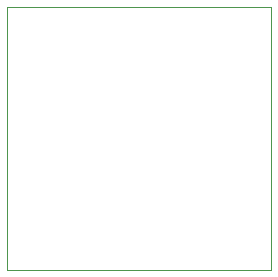
<source format=gbr>
%TF.GenerationSoftware,KiCad,Pcbnew,7.0.0*%
%TF.CreationDate,2023-08-23T15:41:44+08:00*%
%TF.ProjectId,IN-12,494e2d31-322e-46b6-9963-61645f706362,rev?*%
%TF.SameCoordinates,Original*%
%TF.FileFunction,Profile,NP*%
%FSLAX46Y46*%
G04 Gerber Fmt 4.6, Leading zero omitted, Abs format (unit mm)*
G04 Created by KiCad (PCBNEW 7.0.0) date 2023-08-23 15:41:44*
%MOMM*%
%LPD*%
G01*
G04 APERTURE LIST*
%TA.AperFunction,Profile*%
%ADD10C,0.100000*%
%TD*%
G04 APERTURE END LIST*
D10*
X136144000Y-88392000D02*
X158496000Y-88392000D01*
X158496000Y-88392000D02*
X158496000Y-110617000D01*
X158496000Y-110617000D02*
X136144000Y-110617000D01*
X136144000Y-110617000D02*
X136144000Y-88392000D01*
M02*

</source>
